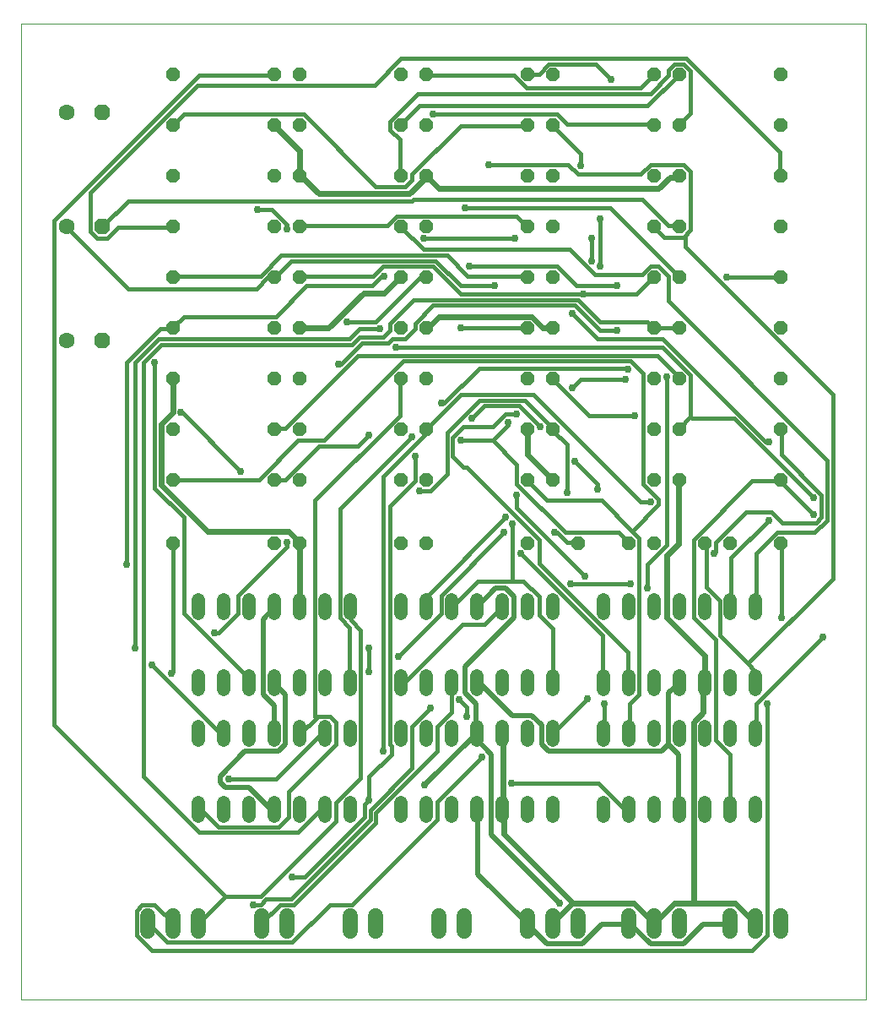
<source format=gbl>
G75*
%MOIN*%
%OFA0B0*%
%FSLAX25Y25*%
%IPPOS*%
%LPD*%
%AMOC8*
5,1,8,0,0,1.08239X$1,22.5*
%
%ADD10C,0.00000*%
%ADD11OC8,0.06300*%
%ADD12C,0.06300*%
%ADD13OC8,0.05200*%
%ADD14C,0.05200*%
%ADD15C,0.05937*%
%ADD16C,0.01600*%
%ADD17C,0.02978*%
%ADD18C,0.02400*%
%ADD19C,0.02000*%
D10*
X0001000Y0001000D02*
X0001000Y0385961D01*
X0334701Y0385961D01*
X0334701Y0001000D01*
X0001000Y0001000D01*
D11*
X0033000Y0261000D03*
X0033000Y0306000D03*
X0033000Y0351000D03*
D12*
X0019000Y0351000D03*
X0019000Y0306000D03*
X0019000Y0261000D03*
D13*
X0061000Y0266000D03*
X0061000Y0246000D03*
X0061000Y0226000D03*
X0061000Y0206000D03*
X0061000Y0181000D03*
X0101000Y0181000D03*
X0111000Y0181000D03*
X0111000Y0206000D03*
X0101000Y0206000D03*
X0101000Y0226000D03*
X0111000Y0226000D03*
X0111000Y0246000D03*
X0101000Y0246000D03*
X0101000Y0266000D03*
X0111000Y0266000D03*
X0111000Y0286000D03*
X0101000Y0286000D03*
X0101000Y0306000D03*
X0111000Y0306000D03*
X0111000Y0326000D03*
X0101000Y0326000D03*
X0101000Y0346000D03*
X0111000Y0346000D03*
X0111000Y0366000D03*
X0101000Y0366000D03*
X0061000Y0366000D03*
X0061000Y0346000D03*
X0061000Y0326000D03*
X0061000Y0306000D03*
X0061000Y0286000D03*
X0151000Y0286000D03*
X0161000Y0286000D03*
X0161000Y0266000D03*
X0151000Y0266000D03*
X0151000Y0246000D03*
X0161000Y0246000D03*
X0161000Y0226000D03*
X0151000Y0226000D03*
X0151000Y0206000D03*
X0161000Y0206000D03*
X0161000Y0181000D03*
X0151000Y0181000D03*
X0201000Y0181000D03*
X0221000Y0181000D03*
X0241000Y0181000D03*
X0251000Y0181000D03*
X0271000Y0181000D03*
X0281000Y0181000D03*
X0301000Y0181000D03*
X0301000Y0206000D03*
X0301000Y0226000D03*
X0301000Y0246000D03*
X0301000Y0266000D03*
X0301000Y0286000D03*
X0301000Y0306000D03*
X0301000Y0326000D03*
X0301000Y0346000D03*
X0301000Y0366000D03*
X0261000Y0366000D03*
X0251000Y0366000D03*
X0251000Y0346000D03*
X0261000Y0346000D03*
X0261000Y0326000D03*
X0251000Y0326000D03*
X0251000Y0306000D03*
X0261000Y0306000D03*
X0261000Y0286000D03*
X0251000Y0286000D03*
X0251000Y0266000D03*
X0261000Y0266000D03*
X0261000Y0246000D03*
X0251000Y0246000D03*
X0251000Y0226000D03*
X0261000Y0226000D03*
X0261000Y0206000D03*
X0251000Y0206000D03*
X0211000Y0206000D03*
X0201000Y0206000D03*
X0201000Y0226000D03*
X0211000Y0226000D03*
X0211000Y0246000D03*
X0201000Y0246000D03*
X0201000Y0266000D03*
X0211000Y0266000D03*
X0211000Y0286000D03*
X0201000Y0286000D03*
X0201000Y0306000D03*
X0211000Y0306000D03*
X0211000Y0326000D03*
X0201000Y0326000D03*
X0201000Y0346000D03*
X0211000Y0346000D03*
X0211000Y0366000D03*
X0201000Y0366000D03*
X0161000Y0366000D03*
X0151000Y0366000D03*
X0151000Y0346000D03*
X0161000Y0346000D03*
X0161000Y0326000D03*
X0151000Y0326000D03*
X0151000Y0306000D03*
X0161000Y0306000D03*
D14*
X0161000Y0158600D02*
X0161000Y0153400D01*
X0151000Y0153400D02*
X0151000Y0158600D01*
X0131000Y0158600D02*
X0131000Y0153400D01*
X0121000Y0153400D02*
X0121000Y0158600D01*
X0111000Y0158600D02*
X0111000Y0153400D01*
X0101000Y0153400D02*
X0101000Y0158600D01*
X0091000Y0158600D02*
X0091000Y0153400D01*
X0081000Y0153400D02*
X0081000Y0158600D01*
X0071000Y0158600D02*
X0071000Y0153400D01*
X0071000Y0128600D02*
X0071000Y0123400D01*
X0081000Y0123400D02*
X0081000Y0128600D01*
X0091000Y0128600D02*
X0091000Y0123400D01*
X0101000Y0123400D02*
X0101000Y0128600D01*
X0111000Y0128600D02*
X0111000Y0123400D01*
X0121000Y0123400D02*
X0121000Y0128600D01*
X0131000Y0128600D02*
X0131000Y0123400D01*
X0131000Y0108600D02*
X0131000Y0103400D01*
X0121000Y0103400D02*
X0121000Y0108600D01*
X0111000Y0108600D02*
X0111000Y0103400D01*
X0101000Y0103400D02*
X0101000Y0108600D01*
X0091000Y0108600D02*
X0091000Y0103400D01*
X0081000Y0103400D02*
X0081000Y0108600D01*
X0071000Y0108600D02*
X0071000Y0103400D01*
X0071000Y0078600D02*
X0071000Y0073400D01*
X0081000Y0073400D02*
X0081000Y0078600D01*
X0091000Y0078600D02*
X0091000Y0073400D01*
X0101000Y0073400D02*
X0101000Y0078600D01*
X0111000Y0078600D02*
X0111000Y0073400D01*
X0121000Y0073400D02*
X0121000Y0078600D01*
X0131000Y0078600D02*
X0131000Y0073400D01*
X0151000Y0073400D02*
X0151000Y0078600D01*
X0161000Y0078600D02*
X0161000Y0073400D01*
X0171000Y0073400D02*
X0171000Y0078600D01*
X0181000Y0078600D02*
X0181000Y0073400D01*
X0191000Y0073400D02*
X0191000Y0078600D01*
X0201000Y0078600D02*
X0201000Y0073400D01*
X0211000Y0073400D02*
X0211000Y0078600D01*
X0231000Y0078600D02*
X0231000Y0073400D01*
X0241000Y0073400D02*
X0241000Y0078600D01*
X0251000Y0078600D02*
X0251000Y0073400D01*
X0261000Y0073400D02*
X0261000Y0078600D01*
X0271000Y0078600D02*
X0271000Y0073400D01*
X0281000Y0073400D02*
X0281000Y0078600D01*
X0291000Y0078600D02*
X0291000Y0073400D01*
X0291000Y0103400D02*
X0291000Y0108600D01*
X0281000Y0108600D02*
X0281000Y0103400D01*
X0271000Y0103400D02*
X0271000Y0108600D01*
X0261000Y0108600D02*
X0261000Y0103400D01*
X0251000Y0103400D02*
X0251000Y0108600D01*
X0241000Y0108600D02*
X0241000Y0103400D01*
X0231000Y0103400D02*
X0231000Y0108600D01*
X0231000Y0123400D02*
X0231000Y0128600D01*
X0241000Y0128600D02*
X0241000Y0123400D01*
X0251000Y0123400D02*
X0251000Y0128600D01*
X0261000Y0128600D02*
X0261000Y0123400D01*
X0271000Y0123400D02*
X0271000Y0128600D01*
X0281000Y0128600D02*
X0281000Y0123400D01*
X0291000Y0123400D02*
X0291000Y0128600D01*
X0291000Y0153400D02*
X0291000Y0158600D01*
X0281000Y0158600D02*
X0281000Y0153400D01*
X0271000Y0153400D02*
X0271000Y0158600D01*
X0261000Y0158600D02*
X0261000Y0153400D01*
X0251000Y0153400D02*
X0251000Y0158600D01*
X0241000Y0158600D02*
X0241000Y0153400D01*
X0231000Y0153400D02*
X0231000Y0158600D01*
X0211000Y0158600D02*
X0211000Y0153400D01*
X0201000Y0153400D02*
X0201000Y0158600D01*
X0191000Y0158600D02*
X0191000Y0153400D01*
X0181000Y0153400D02*
X0181000Y0158600D01*
X0171000Y0158600D02*
X0171000Y0153400D01*
X0171000Y0128600D02*
X0171000Y0123400D01*
X0161000Y0123400D02*
X0161000Y0128600D01*
X0151000Y0128600D02*
X0151000Y0123400D01*
X0151000Y0108600D02*
X0151000Y0103400D01*
X0161000Y0103400D02*
X0161000Y0108600D01*
X0171000Y0108600D02*
X0171000Y0103400D01*
X0181000Y0103400D02*
X0181000Y0108600D01*
X0191000Y0108600D02*
X0191000Y0103400D01*
X0201000Y0103400D02*
X0201000Y0108600D01*
X0211000Y0108600D02*
X0211000Y0103400D01*
X0211000Y0123400D02*
X0211000Y0128600D01*
X0201000Y0128600D02*
X0201000Y0123400D01*
X0191000Y0123400D02*
X0191000Y0128600D01*
X0181000Y0128600D02*
X0181000Y0123400D01*
D15*
X0176000Y0033969D02*
X0176000Y0028031D01*
X0166000Y0028031D02*
X0166000Y0033969D01*
X0141000Y0033969D02*
X0141000Y0028031D01*
X0131000Y0028031D02*
X0131000Y0033969D01*
X0106000Y0033969D02*
X0106000Y0028031D01*
X0096000Y0028031D02*
X0096000Y0033969D01*
X0071000Y0033969D02*
X0071000Y0028031D01*
X0061000Y0028031D02*
X0061000Y0033969D01*
X0051000Y0033969D02*
X0051000Y0028031D01*
X0201000Y0028031D02*
X0201000Y0033969D01*
X0211000Y0033969D02*
X0211000Y0028031D01*
X0221000Y0028031D02*
X0221000Y0033969D01*
X0241000Y0033969D02*
X0241000Y0028031D01*
X0251000Y0028031D02*
X0251000Y0033969D01*
X0261000Y0033969D02*
X0261000Y0028031D01*
X0281000Y0028031D02*
X0281000Y0033969D01*
X0291000Y0033969D02*
X0291000Y0028031D01*
X0301000Y0028031D02*
X0301000Y0033969D01*
D16*
X0295700Y0026300D02*
X0295700Y0117600D01*
X0291300Y0117600D02*
X0317700Y0144000D01*
X0301200Y0151700D02*
X0301200Y0180850D01*
X0301000Y0181000D01*
X0299550Y0185250D02*
X0291300Y0177000D01*
X0291300Y0156100D01*
X0291000Y0156000D01*
X0281400Y0156100D02*
X0281000Y0156000D01*
X0281400Y0156100D02*
X0281400Y0175350D01*
X0296250Y0190200D01*
X0297350Y0193500D02*
X0287450Y0193500D01*
X0275350Y0181400D01*
X0275350Y0177550D01*
X0274800Y0177000D01*
X0271500Y0180850D02*
X0271000Y0181000D01*
X0271500Y0180850D02*
X0271500Y0163800D01*
X0277000Y0158300D01*
X0277000Y0144550D01*
X0288000Y0133550D01*
X0321550Y0167100D01*
X0321550Y0239700D01*
X0263250Y0298000D01*
X0263250Y0301300D01*
X0262700Y0301850D01*
X0255000Y0301850D01*
X0251150Y0305700D01*
X0251000Y0306000D01*
X0256650Y0306250D02*
X0246200Y0316700D01*
X0156000Y0316700D01*
X0155450Y0316150D01*
X0043250Y0316150D01*
X0033350Y0306250D01*
X0033000Y0306000D01*
X0028400Y0304050D02*
X0028400Y0319450D01*
X0070750Y0361800D01*
X0140600Y0361800D01*
X0151050Y0372250D01*
X0263800Y0372250D01*
X0300650Y0335400D01*
X0300650Y0326050D01*
X0301000Y0326000D01*
X0265450Y0327700D02*
X0265450Y0304600D01*
X0262700Y0301850D01*
X0261000Y0306000D02*
X0260500Y0306250D01*
X0256650Y0306250D01*
X0252800Y0290300D02*
X0249500Y0290300D01*
X0246200Y0287000D01*
X0227500Y0287000D01*
X0217600Y0296900D01*
X0159850Y0296900D01*
X0151050Y0305700D01*
X0151000Y0306000D01*
X0149400Y0310100D02*
X0196700Y0310100D01*
X0200550Y0306250D01*
X0201000Y0306000D01*
X0196150Y0301300D02*
X0159850Y0301300D01*
X0164800Y0292500D02*
X0107600Y0292500D01*
X0101550Y0286450D01*
X0101000Y0286000D01*
X0101000Y0285900D01*
X0098250Y0285900D01*
X0093850Y0281500D01*
X0043250Y0281500D01*
X0019050Y0305700D01*
X0019000Y0306000D01*
X0014100Y0308450D02*
X0014100Y0109350D01*
X0081750Y0041700D01*
X0071300Y0031250D01*
X0071000Y0031000D01*
X0061000Y0031000D02*
X0060850Y0031250D01*
X0053700Y0038400D01*
X0048750Y0038400D01*
X0046550Y0036200D01*
X0046550Y0026300D01*
X0052600Y0020250D01*
X0289650Y0020250D01*
X0295700Y0026300D01*
X0281000Y0076000D02*
X0280850Y0076350D01*
X0280850Y0097800D01*
X0275350Y0103300D01*
X0275350Y0142900D01*
X0266550Y0151700D01*
X0266550Y0182500D01*
X0289650Y0205600D01*
X0300650Y0205600D01*
X0301000Y0206000D01*
X0301200Y0205050D01*
X0313850Y0192400D01*
X0314950Y0189100D02*
X0301750Y0189100D01*
X0297350Y0193500D01*
X0299550Y0185250D02*
X0314400Y0185250D01*
X0319350Y0190200D01*
X0319350Y0213850D01*
X0256650Y0276550D01*
X0256650Y0286450D01*
X0252800Y0290300D01*
X0251000Y0286000D02*
X0250600Y0285900D01*
X0244000Y0279300D01*
X0223100Y0279300D01*
X0174700Y0279300D01*
X0163700Y0290300D01*
X0143900Y0290300D01*
X0140050Y0286450D01*
X0111450Y0286450D01*
X0111000Y0286000D01*
X0113650Y0282600D02*
X0101550Y0270500D01*
X0065250Y0270500D01*
X0061400Y0266650D01*
X0061000Y0266000D01*
X0060850Y0265550D01*
X0055900Y0265550D01*
X0042700Y0252350D01*
X0042700Y0172600D01*
X0060850Y0180850D02*
X0061000Y0181000D01*
X0060850Y0180850D02*
X0060850Y0130250D01*
X0060300Y0129700D01*
X0052600Y0133000D02*
X0079550Y0106050D01*
X0080650Y0106050D01*
X0081000Y0106000D01*
X0082850Y0087900D02*
X0101550Y0087900D01*
X0119150Y0105500D01*
X0120800Y0105500D01*
X0121000Y0106000D01*
X0125200Y0101650D02*
X0125200Y0110450D01*
X0123000Y0112650D01*
X0118050Y0112650D01*
X0117500Y0112100D01*
X0116950Y0112650D01*
X0116950Y0197900D01*
X0150500Y0231450D01*
X0150500Y0245750D01*
X0151000Y0246000D01*
X0152150Y0252900D02*
X0241800Y0252900D01*
X0246750Y0247950D01*
X0246750Y0204500D01*
X0252800Y0198450D01*
X0252800Y0196250D01*
X0242350Y0185800D01*
X0245100Y0183050D01*
X0245100Y0121450D01*
X0241250Y0117600D01*
X0241250Y0106050D01*
X0241000Y0106000D01*
X0231350Y0106050D02*
X0231350Y0117600D01*
X0224750Y0119800D02*
X0211000Y0106050D01*
X0211000Y0106000D01*
X0211000Y0126000D02*
X0211000Y0147300D01*
X0205500Y0152800D01*
X0205500Y0159950D01*
X0199450Y0166000D01*
X0195050Y0166000D01*
X0195050Y0188550D01*
X0192300Y0191300D02*
X0161500Y0160500D01*
X0161500Y0156100D01*
X0161000Y0156000D01*
X0167000Y0153350D02*
X0167000Y0160500D01*
X0191750Y0185250D01*
X0198350Y0177000D02*
X0230800Y0144550D01*
X0230800Y0126400D01*
X0231000Y0126000D01*
X0240700Y0126400D02*
X0240700Y0137950D01*
X0205500Y0173150D01*
X0205500Y0182500D01*
X0176900Y0211100D01*
X0175800Y0211100D01*
X0171400Y0215500D01*
X0171400Y0222650D01*
X0175800Y0227050D01*
X0187350Y0227050D01*
X0192300Y0232000D01*
X0196700Y0232000D01*
X0197800Y0235300D02*
X0184050Y0235300D01*
X0179100Y0230350D01*
X0181850Y0237500D02*
X0200000Y0237500D01*
X0211000Y0226500D01*
X0211000Y0226000D01*
X0211000Y0225400D01*
X0216500Y0219900D01*
X0216500Y0201200D01*
X0208800Y0197900D02*
X0201100Y0205600D01*
X0201000Y0206000D01*
X0196700Y0204500D02*
X0215950Y0185250D01*
X0236850Y0185250D01*
X0240700Y0181400D01*
X0241000Y0181000D01*
X0242350Y0185800D02*
X0230250Y0197900D01*
X0208800Y0197900D01*
X0196700Y0200100D02*
X0196700Y0195150D01*
X0223650Y0168200D01*
X0218150Y0164900D02*
X0241800Y0164900D01*
X0248400Y0163250D02*
X0248400Y0172600D01*
X0256100Y0180300D01*
X0256100Y0246850D01*
X0261000Y0246000D02*
X0261050Y0246300D01*
X0252250Y0255100D01*
X0134000Y0255100D01*
X0105400Y0226500D01*
X0101000Y0226500D01*
X0101000Y0226000D01*
X0110350Y0221550D02*
X0120800Y0221550D01*
X0152150Y0252900D01*
X0148850Y0258400D02*
X0254450Y0258400D01*
X0265450Y0247400D01*
X0265450Y0230900D01*
X0266000Y0230350D01*
X0282500Y0230350D01*
X0313850Y0199000D01*
X0317150Y0200100D02*
X0317150Y0191300D01*
X0314950Y0189100D01*
X0317150Y0200100D02*
X0301200Y0216050D01*
X0301200Y0225950D01*
X0301000Y0226000D01*
X0296250Y0221000D02*
X0295150Y0221000D01*
X0254450Y0261700D01*
X0228600Y0261700D01*
X0218700Y0271600D01*
X0219800Y0274900D02*
X0229700Y0265000D01*
X0236300Y0265000D01*
X0229700Y0268300D02*
X0248400Y0268300D01*
X0250600Y0266100D01*
X0251000Y0266000D01*
X0251700Y0266100D01*
X0260500Y0266100D01*
X0261000Y0266000D01*
X0261000Y0286000D02*
X0260500Y0286450D01*
X0233550Y0313400D01*
X0176350Y0313400D01*
X0169200Y0294700D02*
X0177450Y0286450D01*
X0200550Y0286450D01*
X0201000Y0286000D01*
X0212650Y0290300D02*
X0178000Y0290300D01*
X0174700Y0282600D02*
X0164800Y0292500D01*
X0169200Y0294700D02*
X0103750Y0294700D01*
X0095500Y0286450D01*
X0061400Y0286450D01*
X0061000Y0286000D01*
X0060850Y0305700D02*
X0061000Y0306000D01*
X0060850Y0305700D02*
X0039400Y0305700D01*
X0035000Y0301300D01*
X0031150Y0301300D01*
X0028400Y0304050D01*
X0014100Y0308450D02*
X0071300Y0365650D01*
X0101000Y0365650D01*
X0101000Y0366000D01*
X0112550Y0350250D02*
X0065250Y0350250D01*
X0061000Y0346000D01*
X0094400Y0312850D02*
X0099900Y0312850D01*
X0105950Y0306800D01*
X0105950Y0305150D01*
X0111000Y0306000D02*
X0111450Y0306250D01*
X0145550Y0306250D01*
X0149400Y0310100D01*
X0152700Y0321650D02*
X0141150Y0321650D01*
X0112550Y0350250D01*
X0146650Y0347500D02*
X0146650Y0344200D01*
X0150500Y0340350D01*
X0150500Y0326050D01*
X0151000Y0326000D01*
X0152700Y0321650D02*
X0155450Y0324400D01*
X0155450Y0326600D01*
X0174700Y0345850D01*
X0200550Y0345850D01*
X0201000Y0346000D01*
X0211000Y0346000D02*
X0211000Y0345850D01*
X0222000Y0334850D01*
X0222000Y0329900D01*
X0220900Y0326600D02*
X0245650Y0326600D01*
X0249500Y0330450D01*
X0262700Y0330450D01*
X0265450Y0327700D01*
X0261000Y0346000D02*
X0261050Y0346400D01*
X0265450Y0350800D01*
X0265450Y0367300D01*
X0262700Y0370050D01*
X0258850Y0370050D01*
X0256650Y0367850D01*
X0256650Y0365650D01*
X0249500Y0358500D01*
X0157650Y0358500D01*
X0146650Y0347500D01*
X0151050Y0346400D02*
X0151000Y0346000D01*
X0151050Y0346400D02*
X0158200Y0353550D01*
X0248400Y0353550D01*
X0260500Y0365650D01*
X0261000Y0366000D01*
X0251000Y0366000D02*
X0250600Y0365650D01*
X0245650Y0360700D01*
X0200550Y0360700D01*
X0195600Y0365650D01*
X0161500Y0365650D01*
X0161000Y0366000D01*
X0163700Y0350250D02*
X0212650Y0350250D01*
X0216500Y0346400D01*
X0250600Y0346400D01*
X0251000Y0346000D01*
X0234100Y0364000D02*
X0228050Y0370050D01*
X0209350Y0370050D01*
X0205500Y0366200D01*
X0201100Y0366200D01*
X0201000Y0366000D01*
X0185700Y0330450D02*
X0217050Y0330450D01*
X0220900Y0326600D01*
X0229700Y0309000D02*
X0229700Y0290300D01*
X0226400Y0292500D02*
X0226400Y0301300D01*
X0212650Y0290300D02*
X0220350Y0282600D01*
X0236300Y0282600D01*
X0229700Y0268300D02*
X0220900Y0277100D01*
X0156000Y0277100D01*
X0146650Y0267750D01*
X0146650Y0265000D01*
X0143900Y0262250D01*
X0134550Y0262250D01*
X0131800Y0259500D01*
X0056450Y0259500D01*
X0049300Y0252350D01*
X0049300Y0089000D01*
X0071300Y0067000D01*
X0110350Y0067000D01*
X0119150Y0075800D01*
X0120800Y0075800D01*
X0121000Y0076000D01*
X0125200Y0078550D02*
X0125200Y0071400D01*
X0095500Y0041700D01*
X0081750Y0041700D01*
X0092750Y0038400D02*
X0095500Y0038400D01*
X0097700Y0040600D01*
X0107600Y0040600D01*
X0138950Y0071950D01*
X0138950Y0075800D01*
X0155450Y0092300D01*
X0155450Y0108800D01*
X0162600Y0115950D01*
X0165350Y0108800D02*
X0165350Y0098900D01*
X0141150Y0074700D01*
X0141150Y0070850D01*
X0108700Y0038400D01*
X0103200Y0038400D01*
X0096050Y0031250D01*
X0096000Y0031000D01*
X0108150Y0023550D02*
X0058650Y0023550D01*
X0051500Y0030700D01*
X0051000Y0031000D01*
X0079000Y0069200D02*
X0102650Y0069200D01*
X0106500Y0073050D01*
X0106500Y0082950D01*
X0125200Y0101650D01*
X0117500Y0112100D02*
X0111450Y0106050D01*
X0111000Y0106000D01*
X0131000Y0126000D02*
X0130700Y0126400D01*
X0130700Y0147850D01*
X0126850Y0151700D01*
X0126850Y0194600D01*
X0155450Y0223200D01*
X0160950Y0224300D02*
X0160950Y0225950D01*
X0161000Y0226000D01*
X0174700Y0239700D01*
X0203300Y0239700D01*
X0245650Y0197350D01*
X0249500Y0197350D01*
X0228600Y0202300D02*
X0228600Y0204500D01*
X0219800Y0213300D01*
X0225300Y0231450D02*
X0243450Y0231450D01*
X0239600Y0245750D02*
X0222000Y0245750D01*
X0218700Y0242450D01*
X0211000Y0245750D02*
X0225300Y0231450D01*
X0211000Y0245750D02*
X0211000Y0246000D01*
X0197800Y0235300D02*
X0206050Y0227050D01*
X0193400Y0227600D02*
X0187350Y0221550D01*
X0196700Y0212200D01*
X0196700Y0204500D01*
X0187350Y0221550D02*
X0174700Y0221550D01*
X0169200Y0224850D02*
X0181850Y0237500D01*
X0181850Y0250150D02*
X0240150Y0250150D01*
X0240700Y0249600D01*
X0261050Y0226500D02*
X0261000Y0226000D01*
X0261050Y0226500D02*
X0265450Y0230900D01*
X0279750Y0285900D02*
X0300650Y0285900D01*
X0301000Y0286000D01*
X0219800Y0274900D02*
X0163700Y0274900D01*
X0156550Y0267750D01*
X0156550Y0265550D01*
X0152700Y0261700D01*
X0147750Y0261700D01*
X0146100Y0260050D01*
X0135650Y0260050D01*
X0127400Y0251800D01*
X0126300Y0251800D01*
X0130700Y0261700D02*
X0134550Y0265550D01*
X0142800Y0265550D01*
X0141150Y0268300D02*
X0158750Y0285900D01*
X0160950Y0285900D01*
X0161000Y0286000D01*
X0144450Y0286450D02*
X0143350Y0286450D01*
X0139500Y0282600D01*
X0113650Y0282600D01*
X0129600Y0268300D02*
X0141150Y0268300D01*
X0130700Y0261700D02*
X0055350Y0261700D01*
X0046000Y0252350D01*
X0046000Y0139600D01*
X0065250Y0153350D02*
X0065250Y0191300D01*
X0053700Y0202850D01*
X0053700Y0252350D01*
X0064150Y0232550D02*
X0064700Y0232550D01*
X0087800Y0209450D01*
X0094950Y0206150D02*
X0110350Y0221550D01*
X0118600Y0219350D02*
X0134000Y0219350D01*
X0138400Y0223750D01*
X0143900Y0207250D02*
X0143900Y0098900D01*
X0147200Y0097800D02*
X0147200Y0101100D01*
X0146650Y0101650D01*
X0146650Y0195700D01*
X0156550Y0205600D01*
X0156550Y0215500D01*
X0160950Y0224300D02*
X0143900Y0207250D01*
X0158200Y0201750D02*
X0162600Y0201750D01*
X0169200Y0208350D01*
X0169200Y0224850D01*
X0168100Y0236400D02*
X0167000Y0236400D01*
X0168100Y0236400D02*
X0181850Y0250150D01*
X0174700Y0266100D02*
X0200550Y0266100D01*
X0201000Y0266000D01*
X0187900Y0282600D02*
X0174700Y0282600D01*
X0193400Y0228700D02*
X0193400Y0227600D01*
X0211550Y0185250D02*
X0212650Y0185250D01*
X0216500Y0181400D01*
X0220900Y0181400D01*
X0221000Y0181000D01*
X0195050Y0166000D02*
X0181300Y0166000D01*
X0171400Y0156100D01*
X0171000Y0156000D01*
X0167000Y0153350D02*
X0149950Y0136300D01*
X0151050Y0126400D02*
X0151000Y0126000D01*
X0151050Y0126400D02*
X0152700Y0126400D01*
X0175250Y0148950D01*
X0184050Y0148950D01*
X0190650Y0155550D01*
X0191000Y0156000D01*
X0171000Y0126000D02*
X0170850Y0125850D01*
X0170850Y0114300D01*
X0165350Y0108800D01*
X0174150Y0119250D02*
X0176900Y0116500D01*
X0176900Y0112650D01*
X0182950Y0096700D02*
X0165350Y0079100D01*
X0165350Y0071950D01*
X0131800Y0038400D01*
X0123000Y0038400D01*
X0108150Y0023550D01*
X0108150Y0049400D02*
X0113100Y0049400D01*
X0136750Y0073050D01*
X0136750Y0078000D01*
X0138400Y0079650D01*
X0138400Y0089000D01*
X0147200Y0097800D01*
X0135100Y0088450D02*
X0125200Y0078550D01*
X0135100Y0088450D02*
X0135100Y0146750D01*
X0131250Y0150600D01*
X0131250Y0155550D01*
X0131000Y0156000D01*
X0138400Y0139600D02*
X0138400Y0130250D01*
X0105950Y0179750D02*
X0105950Y0181400D01*
X0105950Y0179750D02*
X0086700Y0160500D01*
X0086700Y0153350D01*
X0079000Y0145650D01*
X0077350Y0145650D01*
X0065250Y0153350D02*
X0090550Y0128050D01*
X0090550Y0126400D01*
X0091000Y0126000D01*
X0072400Y0075800D02*
X0079000Y0069200D01*
X0072400Y0075800D02*
X0071300Y0075800D01*
X0071000Y0076000D01*
X0061000Y0206000D02*
X0061400Y0206150D01*
X0094950Y0206150D01*
X0101000Y0206150D02*
X0101000Y0206000D01*
X0101000Y0206150D02*
X0105400Y0206150D01*
X0118600Y0219350D01*
X0231000Y0106000D02*
X0231350Y0106050D01*
X0229150Y0086250D02*
X0194500Y0086250D01*
X0229150Y0086250D02*
X0239050Y0076350D01*
X0240700Y0076350D01*
X0241000Y0076000D01*
X0241000Y0126000D02*
X0240700Y0126400D01*
X0288000Y0133550D02*
X0290750Y0130800D01*
X0290750Y0126400D01*
X0291000Y0126000D01*
X0291300Y0117600D02*
X0291300Y0106050D01*
X0291000Y0106000D01*
D17*
X0295700Y0117600D03*
X0317700Y0144000D03*
X0301200Y0151700D03*
X0274800Y0177000D03*
X0296250Y0190200D03*
X0313850Y0192400D03*
X0313850Y0199000D03*
X0296250Y0221000D03*
X0256100Y0246850D03*
X0243450Y0231450D03*
X0239600Y0245750D03*
X0240700Y0249600D03*
X0236300Y0265000D03*
X0223100Y0279300D03*
X0218700Y0271600D03*
X0236300Y0282600D03*
X0229700Y0290300D03*
X0226400Y0292500D03*
X0226400Y0301300D03*
X0229700Y0309000D03*
X0222000Y0329900D03*
X0196150Y0301300D03*
X0187900Y0282600D03*
X0178000Y0290300D03*
X0176350Y0313400D03*
X0185700Y0330450D03*
X0163700Y0350250D03*
X0159850Y0301300D03*
X0144450Y0286450D03*
X0129600Y0268300D03*
X0142800Y0265550D03*
X0148850Y0258400D03*
X0167000Y0236400D03*
X0179100Y0230350D03*
X0174700Y0221550D03*
X0193400Y0228700D03*
X0196700Y0232000D03*
X0206050Y0227050D03*
X0219800Y0213300D03*
X0228600Y0202300D03*
X0216500Y0201200D03*
X0211550Y0185250D03*
X0198350Y0177000D03*
X0191750Y0185250D03*
X0195050Y0188550D03*
X0192300Y0191300D03*
X0196700Y0200100D03*
X0223650Y0168200D03*
X0218150Y0164900D03*
X0241800Y0164900D03*
X0248400Y0163250D03*
X0249500Y0197350D03*
X0218700Y0242450D03*
X0174700Y0266100D03*
X0155450Y0223200D03*
X0156550Y0215500D03*
X0158200Y0201750D03*
X0138400Y0223750D03*
X0126300Y0251800D03*
X0087800Y0209450D03*
X0064150Y0232550D03*
X0053700Y0252350D03*
X0094400Y0312850D03*
X0105950Y0305150D03*
X0105950Y0181400D03*
X0077350Y0145650D03*
X0060300Y0129700D03*
X0052600Y0133000D03*
X0046000Y0139600D03*
X0042700Y0172600D03*
X0082850Y0087900D03*
X0108150Y0049400D03*
X0092750Y0038400D03*
X0138400Y0079650D03*
X0143900Y0098900D03*
X0160400Y0085700D03*
X0182950Y0096700D03*
X0194500Y0086250D03*
X0176900Y0112650D03*
X0174150Y0119250D03*
X0162600Y0115950D03*
X0149950Y0136300D03*
X0138400Y0139600D03*
X0138400Y0130250D03*
X0213750Y0038950D03*
X0231350Y0117600D03*
X0224750Y0119800D03*
X0279750Y0285900D03*
X0234100Y0364000D03*
D18*
X0257200Y0325500D02*
X0252800Y0321100D01*
X0165900Y0321100D01*
X0161000Y0326000D01*
X0160950Y0325500D01*
X0154350Y0318900D01*
X0118600Y0318900D01*
X0112000Y0325500D01*
X0111000Y0326000D01*
X0110900Y0326050D01*
X0110900Y0335950D01*
X0101000Y0345850D01*
X0101000Y0346000D01*
X0150500Y0285900D02*
X0151000Y0286000D01*
X0150500Y0285900D02*
X0144450Y0279850D01*
X0136200Y0279850D01*
X0122450Y0266100D01*
X0111450Y0266100D01*
X0111000Y0266000D01*
X0161000Y0266000D02*
X0161500Y0266100D01*
X0165900Y0270500D01*
X0202750Y0270500D01*
X0207150Y0266100D01*
X0211000Y0266100D01*
X0211000Y0266000D01*
X0201000Y0226000D02*
X0201100Y0225950D01*
X0201100Y0216050D01*
X0211000Y0206150D01*
X0211000Y0206000D01*
X0256100Y0176450D02*
X0256100Y0151700D01*
X0270950Y0136850D01*
X0270950Y0126400D01*
X0271000Y0126000D01*
X0270400Y0125300D01*
X0270400Y0114300D01*
X0266550Y0110450D01*
X0266550Y0038950D01*
X0283050Y0038950D01*
X0291000Y0031000D01*
X0266550Y0038950D02*
X0258850Y0038950D01*
X0251700Y0031800D01*
X0251000Y0031000D01*
X0250600Y0031250D01*
X0242900Y0038950D01*
X0218700Y0038950D01*
X0218150Y0040050D01*
X0191750Y0066450D01*
X0191750Y0075250D01*
X0191000Y0076000D01*
X0191200Y0076350D01*
X0191200Y0105500D01*
X0191000Y0106000D01*
X0218700Y0038950D02*
X0211000Y0031250D01*
X0211000Y0031000D01*
X0111000Y0156000D02*
X0110900Y0156100D01*
X0110900Y0180850D01*
X0111000Y0181000D01*
X0110350Y0181950D01*
X0106500Y0185800D01*
X0074600Y0185800D01*
X0056450Y0203950D01*
X0056450Y0228150D01*
X0060850Y0232550D01*
X0060850Y0245750D01*
X0061000Y0246000D01*
X0256100Y0176450D02*
X0260500Y0180850D01*
X0260500Y0205600D01*
X0261000Y0206000D01*
X0260500Y0325500D02*
X0257200Y0325500D01*
X0260500Y0325500D02*
X0261000Y0326000D01*
D19*
X0192300Y0163250D02*
X0188450Y0163250D01*
X0181300Y0156100D01*
X0181000Y0156000D01*
X0192300Y0163250D02*
X0195600Y0159950D01*
X0195600Y0151700D01*
X0176350Y0132450D01*
X0176350Y0122000D01*
X0180750Y0117600D01*
X0180750Y0106050D01*
X0181000Y0106000D01*
X0180200Y0104400D01*
X0186800Y0097800D01*
X0186800Y0065900D01*
X0213750Y0038950D01*
X0201650Y0030150D02*
X0201000Y0031000D01*
X0200550Y0031250D01*
X0181300Y0050500D01*
X0181300Y0075800D01*
X0181000Y0076000D01*
X0160400Y0085700D02*
X0180200Y0105500D01*
X0181000Y0106000D01*
X0195050Y0113200D02*
X0182400Y0125850D01*
X0181300Y0125850D01*
X0181000Y0126000D01*
X0195050Y0113200D02*
X0202750Y0113200D01*
X0206600Y0109350D01*
X0206600Y0101650D01*
X0209350Y0098900D01*
X0253900Y0098900D01*
X0256650Y0101650D01*
X0256650Y0122000D01*
X0260500Y0125850D01*
X0261000Y0126000D01*
X0256650Y0101650D02*
X0260500Y0097800D01*
X0260500Y0076350D01*
X0261000Y0076000D01*
X0241800Y0030700D02*
X0241000Y0031000D01*
X0240700Y0030700D01*
X0230250Y0030700D01*
X0222550Y0023000D01*
X0208800Y0023000D01*
X0201650Y0030150D01*
X0241800Y0030700D02*
X0249500Y0023000D01*
X0262700Y0023000D01*
X0270400Y0030700D01*
X0280850Y0030700D01*
X0281000Y0031000D01*
X0105400Y0101650D02*
X0105400Y0121450D01*
X0101000Y0125850D01*
X0101000Y0126000D01*
X0096600Y0121450D02*
X0101000Y0117050D01*
X0101000Y0106000D01*
X0105400Y0101650D02*
X0102650Y0098900D01*
X0089450Y0098900D01*
X0079550Y0089000D01*
X0079550Y0086800D01*
X0081750Y0084600D01*
X0091100Y0084600D01*
X0099350Y0076350D01*
X0101000Y0076350D01*
X0101000Y0076000D01*
X0096600Y0121450D02*
X0096600Y0151150D01*
X0101000Y0155550D01*
X0101000Y0156000D01*
M02*

</source>
